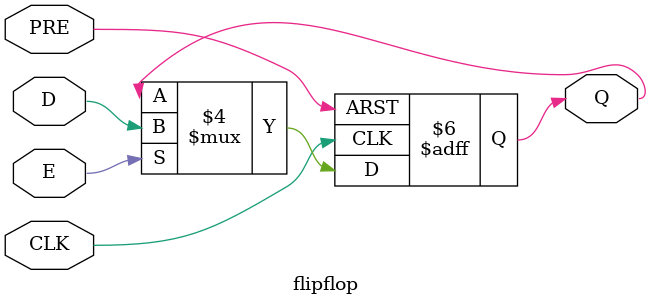
<source format=v>
module flipflop (PRE,E,CLK,D,Q);
input PRE,E,CLK,D;
output reg Q;

always@(posedge CLK or negedge PRE ) begin        //active low changes from 1 ton 0

if(~PRE)
Q<=1'b1;
else begin
	if(E==1)
	Q<=D;
end

end


endmodule
</source>
